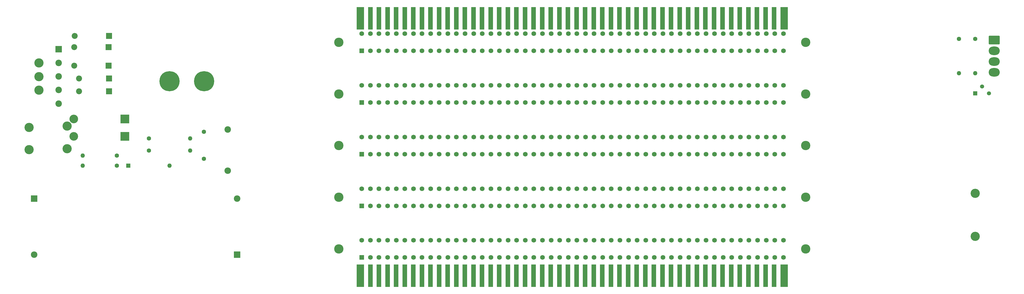
<source format=gbs>
G04 #@! TF.GenerationSoftware,KiCad,Pcbnew,(6.0.0)*
G04 #@! TF.CreationDate,2022-11-09T00:17:05-05:00*
G04 #@! TF.ProjectId,poly88 backplane rev 2.1,706f6c79-3838-4206-9261-636b706c616e,rev?*
G04 #@! TF.SameCoordinates,Original*
G04 #@! TF.FileFunction,Soldermask,Bot*
G04 #@! TF.FilePolarity,Negative*
%FSLAX46Y46*%
G04 Gerber Fmt 4.6, Leading zero omitted, Abs format (unit mm)*
G04 Created by KiCad (PCBNEW (6.0.0)) date 2022-11-09 00:17:05*
%MOMM*%
%LPD*%
G01*
G04 APERTURE LIST*
G04 Aperture macros list*
%AMRoundRect*
0 Rectangle with rounded corners*
0 $1 Rounding radius*
0 $2 $3 $4 $5 $6 $7 $8 $9 X,Y pos of 4 corners*
0 Add a 4 corners polygon primitive as box body*
4,1,4,$2,$3,$4,$5,$6,$7,$8,$9,$2,$3,0*
0 Add four circle primitives for the rounded corners*
1,1,$1+$1,$2,$3*
1,1,$1+$1,$4,$5*
1,1,$1+$1,$6,$7*
1,1,$1+$1,$8,$9*
0 Add four rect primitives between the rounded corners*
20,1,$1+$1,$2,$3,$4,$5,0*
20,1,$1+$1,$4,$5,$6,$7,0*
20,1,$1+$1,$6,$7,$8,$9,0*
20,1,$1+$1,$8,$9,$2,$3,0*%
G04 Aperture macros list end*
%ADD10C,3.450000*%
%ADD11R,1.755000X1.755000*%
%ADD12C,1.755000*%
%ADD13R,2.200000X2.200000*%
%ADD14O,2.200000X2.200000*%
%ADD15R,3.200000X3.200000*%
%ADD16O,3.200000X3.200000*%
%ADD17C,1.600000*%
%ADD18O,1.600000X1.600000*%
%ADD19C,3.400000*%
%ADD20C,7.450000*%
%ADD21RoundRect,0.250000X-1.800000X1.330000X-1.800000X-1.330000X1.800000X-1.330000X1.800000X1.330000X0*%
%ADD22O,4.100000X3.160000*%
%ADD23R,1.600000X1.600000*%
%ADD24R,2.400000X2.400000*%
%ADD25C,2.400000*%
%ADD26R,1.500000X1.500000*%
%ADD27C,1.500000*%
%ADD28O,2.400000X2.400000*%
%ADD29R,2.794000X8.382000*%
%ADD30R,1.778000X8.382000*%
G04 APERTURE END LIST*
D10*
X327491000Y-74379750D03*
X154901000Y-74379750D03*
D11*
X163406000Y-77554750D03*
D12*
X166586000Y-77554750D03*
X169766000Y-77554750D03*
X172946000Y-77554750D03*
X176126000Y-77554750D03*
X179306000Y-77554750D03*
X182486000Y-77554750D03*
X185666000Y-77554750D03*
X188846000Y-77554750D03*
X192026000Y-77554750D03*
X195206000Y-77554750D03*
X198386000Y-77554750D03*
X201566000Y-77554750D03*
X204746000Y-77554750D03*
X207926000Y-77554750D03*
X211106000Y-77554750D03*
X214286000Y-77554750D03*
X217466000Y-77554750D03*
X220646000Y-77554750D03*
X223826000Y-77554750D03*
X227006000Y-77554750D03*
X230186000Y-77554750D03*
X233366000Y-77554750D03*
X236546000Y-77554750D03*
X239726000Y-77554750D03*
X242906000Y-77554750D03*
X246086000Y-77554750D03*
X249266000Y-77554750D03*
X252446000Y-77554750D03*
X255626000Y-77554750D03*
X258806000Y-77554750D03*
X261986000Y-77554750D03*
X265166000Y-77554750D03*
X268346000Y-77554750D03*
X271526000Y-77554750D03*
X274706000Y-77554750D03*
X277886000Y-77554750D03*
X281066000Y-77554750D03*
X284246000Y-77554750D03*
X287426000Y-77554750D03*
X290606000Y-77554750D03*
X293786000Y-77554750D03*
X296966000Y-77554750D03*
X300146000Y-77554750D03*
X303326000Y-77554750D03*
X306506000Y-77554750D03*
X309686000Y-77554750D03*
X312866000Y-77554750D03*
X316046000Y-77554750D03*
X319226000Y-77554750D03*
X163406000Y-71204750D03*
X166586000Y-71204750D03*
X169766000Y-71204750D03*
X172946000Y-71204750D03*
X176126000Y-71204750D03*
X179306000Y-71204750D03*
X182486000Y-71204750D03*
X185666000Y-71204750D03*
X188846000Y-71204750D03*
X192026000Y-71204750D03*
X195206000Y-71204750D03*
X198386000Y-71204750D03*
X201566000Y-71204750D03*
X204746000Y-71204750D03*
X207926000Y-71204750D03*
X211106000Y-71204750D03*
X214286000Y-71204750D03*
X217466000Y-71204750D03*
X220646000Y-71204750D03*
X223826000Y-71204750D03*
X227006000Y-71204750D03*
X230186000Y-71204750D03*
X233366000Y-71204750D03*
X236546000Y-71204750D03*
X239726000Y-71204750D03*
X242906000Y-71204750D03*
X246086000Y-71204750D03*
X249266000Y-71204750D03*
X252446000Y-71204750D03*
X255626000Y-71204750D03*
X258806000Y-71204750D03*
X261986000Y-71204750D03*
X265166000Y-71204750D03*
X268346000Y-71204750D03*
X271526000Y-71204750D03*
X274706000Y-71204750D03*
X277886000Y-71204750D03*
X281066000Y-71204750D03*
X284246000Y-71204750D03*
X287426000Y-71204750D03*
X290606000Y-71204750D03*
X293786000Y-71204750D03*
X296966000Y-71204750D03*
X300146000Y-71204750D03*
X303326000Y-71204750D03*
X306506000Y-71204750D03*
X309686000Y-71204750D03*
X312866000Y-71204750D03*
X316046000Y-71204750D03*
X319226000Y-71204750D03*
D13*
X69966000Y-92534750D03*
D14*
X58876000Y-92534750D03*
D15*
X75826000Y-102784750D03*
D16*
X56996000Y-102784750D03*
D17*
X72906000Y-120004750D03*
D18*
X60296000Y-120004750D03*
D17*
X72906000Y-116284750D03*
D18*
X60296000Y-116284750D03*
D19*
X54531000Y-105354750D03*
D20*
X92351000Y-88789750D03*
X105131000Y-88789750D03*
D21*
X397131000Y-73574750D03*
D22*
X397131000Y-77534750D03*
X397131000Y-81494750D03*
X397131000Y-85454750D03*
D23*
X77106000Y-120004750D03*
D18*
X92346000Y-120004750D03*
D13*
X69966000Y-87784750D03*
D14*
X58876000Y-87784750D03*
D17*
X84696000Y-114474750D03*
D18*
X99936000Y-114474750D03*
D10*
X327491000Y-112604750D03*
X154901000Y-112604750D03*
D11*
X163406000Y-115779750D03*
D12*
X166586000Y-115779750D03*
X169766000Y-115779750D03*
X172946000Y-115779750D03*
X176126000Y-115779750D03*
X179306000Y-115779750D03*
X182486000Y-115779750D03*
X185666000Y-115779750D03*
X188846000Y-115779750D03*
X192026000Y-115779750D03*
X195206000Y-115779750D03*
X198386000Y-115779750D03*
X201566000Y-115779750D03*
X204746000Y-115779750D03*
X207926000Y-115779750D03*
X211106000Y-115779750D03*
X214286000Y-115779750D03*
X217466000Y-115779750D03*
X220646000Y-115779750D03*
X223826000Y-115779750D03*
X227006000Y-115779750D03*
X230186000Y-115779750D03*
X233366000Y-115779750D03*
X236546000Y-115779750D03*
X239726000Y-115779750D03*
X242906000Y-115779750D03*
X246086000Y-115779750D03*
X249266000Y-115779750D03*
X252446000Y-115779750D03*
X255626000Y-115779750D03*
X258806000Y-115779750D03*
X261986000Y-115779750D03*
X265166000Y-115779750D03*
X268346000Y-115779750D03*
X271526000Y-115779750D03*
X274706000Y-115779750D03*
X277886000Y-115779750D03*
X281066000Y-115779750D03*
X284246000Y-115779750D03*
X287426000Y-115779750D03*
X290606000Y-115779750D03*
X293786000Y-115779750D03*
X296966000Y-115779750D03*
X300146000Y-115779750D03*
X303326000Y-115779750D03*
X306506000Y-115779750D03*
X309686000Y-115779750D03*
X312866000Y-115779750D03*
X316046000Y-115779750D03*
X319226000Y-115779750D03*
X163406000Y-109429750D03*
X166586000Y-109429750D03*
X169766000Y-109429750D03*
X172946000Y-109429750D03*
X176126000Y-109429750D03*
X179306000Y-109429750D03*
X182486000Y-109429750D03*
X185666000Y-109429750D03*
X188846000Y-109429750D03*
X192026000Y-109429750D03*
X195206000Y-109429750D03*
X198386000Y-109429750D03*
X201566000Y-109429750D03*
X204746000Y-109429750D03*
X207926000Y-109429750D03*
X211106000Y-109429750D03*
X214286000Y-109429750D03*
X217466000Y-109429750D03*
X220646000Y-109429750D03*
X223826000Y-109429750D03*
X227006000Y-109429750D03*
X230186000Y-109429750D03*
X233366000Y-109429750D03*
X236546000Y-109429750D03*
X239726000Y-109429750D03*
X242906000Y-109429750D03*
X246086000Y-109429750D03*
X249266000Y-109429750D03*
X252446000Y-109429750D03*
X255626000Y-109429750D03*
X258806000Y-109429750D03*
X261986000Y-109429750D03*
X265166000Y-109429750D03*
X268346000Y-109429750D03*
X271526000Y-109429750D03*
X274706000Y-109429750D03*
X277886000Y-109429750D03*
X281066000Y-109429750D03*
X284246000Y-109429750D03*
X287426000Y-109429750D03*
X290606000Y-109429750D03*
X293786000Y-109429750D03*
X296966000Y-109429750D03*
X300146000Y-109429750D03*
X303326000Y-109429750D03*
X306506000Y-109429750D03*
X309686000Y-109429750D03*
X312866000Y-109429750D03*
X316046000Y-109429750D03*
X319226000Y-109429750D03*
D24*
X51366000Y-76954750D03*
D25*
X51366000Y-81984750D03*
X51366000Y-87014750D03*
X51366000Y-92044750D03*
X51366000Y-97074750D03*
D15*
X75826000Y-109164750D03*
D16*
X56996000Y-109164750D03*
D13*
X69866000Y-76204750D03*
D14*
X57166000Y-76204750D03*
D17*
X390126000Y-73124750D03*
D18*
X390126000Y-85824750D03*
D26*
X390156000Y-93254750D03*
D27*
X392696000Y-90714750D03*
X395236000Y-93254750D03*
D25*
X113856000Y-106644750D03*
D28*
X113856000Y-121884750D03*
D19*
X40406000Y-105874750D03*
D17*
X84696000Y-109974750D03*
D18*
X99936000Y-109974750D03*
D10*
X154901000Y-93492250D03*
X327491000Y-93492250D03*
D11*
X163406000Y-96667250D03*
D12*
X166586000Y-96667250D03*
X169766000Y-96667250D03*
X172946000Y-96667250D03*
X176126000Y-96667250D03*
X179306000Y-96667250D03*
X182486000Y-96667250D03*
X185666000Y-96667250D03*
X188846000Y-96667250D03*
X192026000Y-96667250D03*
X195206000Y-96667250D03*
X198386000Y-96667250D03*
X201566000Y-96667250D03*
X204746000Y-96667250D03*
X207926000Y-96667250D03*
X211106000Y-96667250D03*
X214286000Y-96667250D03*
X217466000Y-96667250D03*
X220646000Y-96667250D03*
X223826000Y-96667250D03*
X227006000Y-96667250D03*
X230186000Y-96667250D03*
X233366000Y-96667250D03*
X236546000Y-96667250D03*
X239726000Y-96667250D03*
X242906000Y-96667250D03*
X246086000Y-96667250D03*
X249266000Y-96667250D03*
X252446000Y-96667250D03*
X255626000Y-96667250D03*
X258806000Y-96667250D03*
X261986000Y-96667250D03*
X265166000Y-96667250D03*
X268346000Y-96667250D03*
X271526000Y-96667250D03*
X274706000Y-96667250D03*
X277886000Y-96667250D03*
X281066000Y-96667250D03*
X284246000Y-96667250D03*
X287426000Y-96667250D03*
X290606000Y-96667250D03*
X293786000Y-96667250D03*
X296966000Y-96667250D03*
X300146000Y-96667250D03*
X303326000Y-96667250D03*
X306506000Y-96667250D03*
X309686000Y-96667250D03*
X312866000Y-96667250D03*
X316046000Y-96667250D03*
X319226000Y-96667250D03*
X163406000Y-90317250D03*
X166586000Y-90317250D03*
X169766000Y-90317250D03*
X172946000Y-90317250D03*
X176126000Y-90317250D03*
X179306000Y-90317250D03*
X182486000Y-90317250D03*
X185666000Y-90317250D03*
X188846000Y-90317250D03*
X192026000Y-90317250D03*
X195206000Y-90317250D03*
X198386000Y-90317250D03*
X201566000Y-90317250D03*
X204746000Y-90317250D03*
X207926000Y-90317250D03*
X211106000Y-90317250D03*
X214286000Y-90317250D03*
X217466000Y-90317250D03*
X220646000Y-90317250D03*
X223826000Y-90317250D03*
X227006000Y-90317250D03*
X230186000Y-90317250D03*
X233366000Y-90317250D03*
X236546000Y-90317250D03*
X239726000Y-90317250D03*
X242906000Y-90317250D03*
X246086000Y-90317250D03*
X249266000Y-90317250D03*
X252446000Y-90317250D03*
X255626000Y-90317250D03*
X258806000Y-90317250D03*
X261986000Y-90317250D03*
X265166000Y-90317250D03*
X268346000Y-90317250D03*
X271526000Y-90317250D03*
X274706000Y-90317250D03*
X277886000Y-90317250D03*
X281066000Y-90317250D03*
X284246000Y-90317250D03*
X287426000Y-90317250D03*
X290606000Y-90317250D03*
X293786000Y-90317250D03*
X296966000Y-90317250D03*
X300146000Y-90317250D03*
X303326000Y-90317250D03*
X306506000Y-90317250D03*
X309686000Y-90317250D03*
X312866000Y-90317250D03*
X316046000Y-90317250D03*
X319226000Y-90317250D03*
D19*
X44086000Y-92084750D03*
D17*
X105086000Y-117454750D03*
X105086000Y-107454750D03*
D19*
X54531000Y-113744750D03*
D24*
X117326000Y-152984750D03*
D28*
X42326000Y-152984750D03*
D19*
X44086000Y-87059750D03*
X390160000Y-146174750D03*
X390160000Y-130299750D03*
X44086000Y-82034750D03*
X40406000Y-114114750D03*
D13*
X69966000Y-72014750D03*
D14*
X57266000Y-72014750D03*
D17*
X384136000Y-73124750D03*
D18*
X384136000Y-85824750D03*
D24*
X42326000Y-132184750D03*
D28*
X117326000Y-132184750D03*
D10*
X154901000Y-150829750D03*
X327491000Y-150829750D03*
D11*
X163406000Y-154004750D03*
D12*
X166586000Y-154004750D03*
X169766000Y-154004750D03*
X172946000Y-154004750D03*
X176126000Y-154004750D03*
X179306000Y-154004750D03*
X182486000Y-154004750D03*
X185666000Y-154004750D03*
X188846000Y-154004750D03*
X192026000Y-154004750D03*
X195206000Y-154004750D03*
X198386000Y-154004750D03*
X201566000Y-154004750D03*
X204746000Y-154004750D03*
X207926000Y-154004750D03*
X211106000Y-154004750D03*
X214286000Y-154004750D03*
X217466000Y-154004750D03*
X220646000Y-154004750D03*
X223826000Y-154004750D03*
X227006000Y-154004750D03*
X230186000Y-154004750D03*
X233366000Y-154004750D03*
X236546000Y-154004750D03*
X239726000Y-154004750D03*
X242906000Y-154004750D03*
X246086000Y-154004750D03*
X249266000Y-154004750D03*
X252446000Y-154004750D03*
X255626000Y-154004750D03*
X258806000Y-154004750D03*
X261986000Y-154004750D03*
X265166000Y-154004750D03*
X268346000Y-154004750D03*
X271526000Y-154004750D03*
X274706000Y-154004750D03*
X277886000Y-154004750D03*
X281066000Y-154004750D03*
X284246000Y-154004750D03*
X287426000Y-154004750D03*
X290606000Y-154004750D03*
X293786000Y-154004750D03*
X296966000Y-154004750D03*
X300146000Y-154004750D03*
X303326000Y-154004750D03*
X306506000Y-154004750D03*
X309686000Y-154004750D03*
X312866000Y-154004750D03*
X316046000Y-154004750D03*
X319226000Y-154004750D03*
X163406000Y-147654750D03*
X166586000Y-147654750D03*
X169766000Y-147654750D03*
X172946000Y-147654750D03*
X176126000Y-147654750D03*
X179306000Y-147654750D03*
X182486000Y-147654750D03*
X185666000Y-147654750D03*
X188846000Y-147654750D03*
X192026000Y-147654750D03*
X195206000Y-147654750D03*
X198386000Y-147654750D03*
X201566000Y-147654750D03*
X204746000Y-147654750D03*
X207926000Y-147654750D03*
X211106000Y-147654750D03*
X214286000Y-147654750D03*
X217466000Y-147654750D03*
X220646000Y-147654750D03*
X223826000Y-147654750D03*
X227006000Y-147654750D03*
X230186000Y-147654750D03*
X233366000Y-147654750D03*
X236546000Y-147654750D03*
X239726000Y-147654750D03*
X242906000Y-147654750D03*
X246086000Y-147654750D03*
X249266000Y-147654750D03*
X252446000Y-147654750D03*
X255626000Y-147654750D03*
X258806000Y-147654750D03*
X261986000Y-147654750D03*
X265166000Y-147654750D03*
X268346000Y-147654750D03*
X271526000Y-147654750D03*
X274706000Y-147654750D03*
X277886000Y-147654750D03*
X281066000Y-147654750D03*
X284246000Y-147654750D03*
X287426000Y-147654750D03*
X290606000Y-147654750D03*
X293786000Y-147654750D03*
X296966000Y-147654750D03*
X300146000Y-147654750D03*
X303326000Y-147654750D03*
X306506000Y-147654750D03*
X309686000Y-147654750D03*
X312866000Y-147654750D03*
X316046000Y-147654750D03*
X319226000Y-147654750D03*
D13*
X69866000Y-83054750D03*
D14*
X57166000Y-83054750D03*
D10*
X327491000Y-131717250D03*
X154901000Y-131717250D03*
D11*
X163406000Y-134892250D03*
D12*
X166586000Y-134892250D03*
X169766000Y-134892250D03*
X172946000Y-134892250D03*
X176126000Y-134892250D03*
X179306000Y-134892250D03*
X182486000Y-134892250D03*
X185666000Y-134892250D03*
X188846000Y-134892250D03*
X192026000Y-134892250D03*
X195206000Y-134892250D03*
X198386000Y-134892250D03*
X201566000Y-134892250D03*
X204746000Y-134892250D03*
X207926000Y-134892250D03*
X211106000Y-134892250D03*
X214286000Y-134892250D03*
X217466000Y-134892250D03*
X220646000Y-134892250D03*
X223826000Y-134892250D03*
X227006000Y-134892250D03*
X230186000Y-134892250D03*
X233366000Y-134892250D03*
X236546000Y-134892250D03*
X239726000Y-134892250D03*
X242906000Y-134892250D03*
X246086000Y-134892250D03*
X249266000Y-134892250D03*
X252446000Y-134892250D03*
X255626000Y-134892250D03*
X258806000Y-134892250D03*
X261986000Y-134892250D03*
X265166000Y-134892250D03*
X268346000Y-134892250D03*
X271526000Y-134892250D03*
X274706000Y-134892250D03*
X277886000Y-134892250D03*
X281066000Y-134892250D03*
X284246000Y-134892250D03*
X287426000Y-134892250D03*
X290606000Y-134892250D03*
X293786000Y-134892250D03*
X296966000Y-134892250D03*
X300146000Y-134892250D03*
X303326000Y-134892250D03*
X306506000Y-134892250D03*
X309686000Y-134892250D03*
X312866000Y-134892250D03*
X316046000Y-134892250D03*
X319226000Y-134892250D03*
X163406000Y-128542250D03*
X166586000Y-128542250D03*
X169766000Y-128542250D03*
X172946000Y-128542250D03*
X176126000Y-128542250D03*
X179306000Y-128542250D03*
X182486000Y-128542250D03*
X185666000Y-128542250D03*
X188846000Y-128542250D03*
X192026000Y-128542250D03*
X195206000Y-128542250D03*
X198386000Y-128542250D03*
X201566000Y-128542250D03*
X204746000Y-128542250D03*
X207926000Y-128542250D03*
X211106000Y-128542250D03*
X214286000Y-128542250D03*
X217466000Y-128542250D03*
X220646000Y-128542250D03*
X223826000Y-128542250D03*
X227006000Y-128542250D03*
X230186000Y-128542250D03*
X233366000Y-128542250D03*
X236546000Y-128542250D03*
X239726000Y-128542250D03*
X242906000Y-128542250D03*
X246086000Y-128542250D03*
X249266000Y-128542250D03*
X252446000Y-128542250D03*
X255626000Y-128542250D03*
X258806000Y-128542250D03*
X261986000Y-128542250D03*
X265166000Y-128542250D03*
X268346000Y-128542250D03*
X271526000Y-128542250D03*
X274706000Y-128542250D03*
X277886000Y-128542250D03*
X281066000Y-128542250D03*
X284246000Y-128542250D03*
X287426000Y-128542250D03*
X290606000Y-128542250D03*
X293786000Y-128542250D03*
X296966000Y-128542250D03*
X300146000Y-128542250D03*
X303326000Y-128542250D03*
X306506000Y-128542250D03*
X309686000Y-128542250D03*
X312866000Y-128542250D03*
X316046000Y-128542250D03*
X319226000Y-128542250D03*
D29*
X162903000Y-65473750D03*
D30*
X166586000Y-65473750D03*
X169761000Y-65473750D03*
X172936000Y-65473750D03*
X176111000Y-65473750D03*
X179286000Y-65473750D03*
X182461000Y-65473750D03*
X185636000Y-65473750D03*
X188811000Y-65473750D03*
X191986000Y-65473750D03*
X195161000Y-65473750D03*
X198336000Y-65473750D03*
X201511000Y-65473750D03*
X204686000Y-65473750D03*
X207861000Y-65473750D03*
X211036000Y-65473750D03*
X214211000Y-65473750D03*
X217386000Y-65473750D03*
X220561000Y-65473750D03*
X223736000Y-65473750D03*
X226911000Y-65473750D03*
X230086000Y-65473750D03*
X233261000Y-65473750D03*
X236436000Y-65473750D03*
X239611000Y-65473750D03*
X242786000Y-65473750D03*
X245961000Y-65473750D03*
X249136000Y-65473750D03*
X252311000Y-65473750D03*
X255486000Y-65473750D03*
X258661000Y-65473750D03*
X261836000Y-65473750D03*
X265011000Y-65473750D03*
X268186000Y-65473750D03*
X271361000Y-65473750D03*
X274536000Y-65473750D03*
X277711000Y-65473750D03*
X280886000Y-65473750D03*
X284061000Y-65473750D03*
X287236000Y-65473750D03*
X290411000Y-65473750D03*
X293586000Y-65473750D03*
X296761000Y-65473750D03*
X299936000Y-65473750D03*
X303111000Y-65473750D03*
X306286000Y-65473750D03*
X309461000Y-65473750D03*
X312636000Y-65473750D03*
X315811000Y-65473750D03*
D29*
X319494000Y-65473750D03*
X162903000Y-160742750D03*
D30*
X166586000Y-160742750D03*
X169761000Y-160742750D03*
X172936000Y-160742750D03*
X176111000Y-160742750D03*
X179286000Y-160742750D03*
X182461000Y-160742750D03*
X185636000Y-160742750D03*
X188811000Y-160742750D03*
X191986000Y-160742750D03*
X195161000Y-160742750D03*
X198336000Y-160742750D03*
X201511000Y-160742750D03*
X204686000Y-160742750D03*
X207861000Y-160742750D03*
X211036000Y-160742750D03*
X214211000Y-160742750D03*
X217386000Y-160742750D03*
X220561000Y-160742750D03*
X223736000Y-160742750D03*
X226911000Y-160742750D03*
X230086000Y-160742750D03*
X233261000Y-160742750D03*
X236436000Y-160742750D03*
X239611000Y-160742750D03*
X242786000Y-160742750D03*
X245961000Y-160742750D03*
X249136000Y-160742750D03*
X252311000Y-160742750D03*
X255486000Y-160742750D03*
X258661000Y-160742750D03*
X261836000Y-160742750D03*
X265011000Y-160742750D03*
X268186000Y-160742750D03*
X271361000Y-160742750D03*
X274536000Y-160742750D03*
X277711000Y-160742750D03*
X280886000Y-160742750D03*
X284061000Y-160742750D03*
X287236000Y-160742750D03*
X290411000Y-160742750D03*
X293586000Y-160742750D03*
X296761000Y-160742750D03*
X299936000Y-160742750D03*
X303111000Y-160742750D03*
X306286000Y-160742750D03*
X309461000Y-160742750D03*
X312636000Y-160742750D03*
X315811000Y-160742750D03*
D29*
X319494000Y-160742750D03*
M02*

</source>
